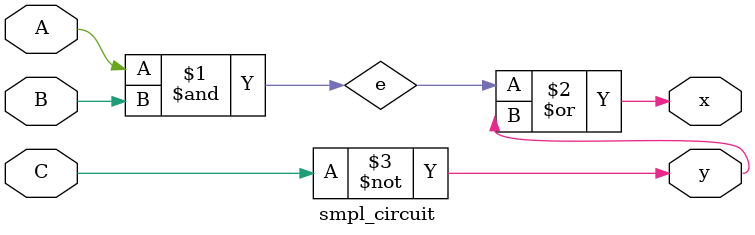
<source format=v>
module smpl_circuit(A,B,C,x,y);
input A,B,C;
output x,y;
wire e;
and g1(e,A,B);
not g2(y,C);
or g3(x,e,y);
endmodule

</source>
